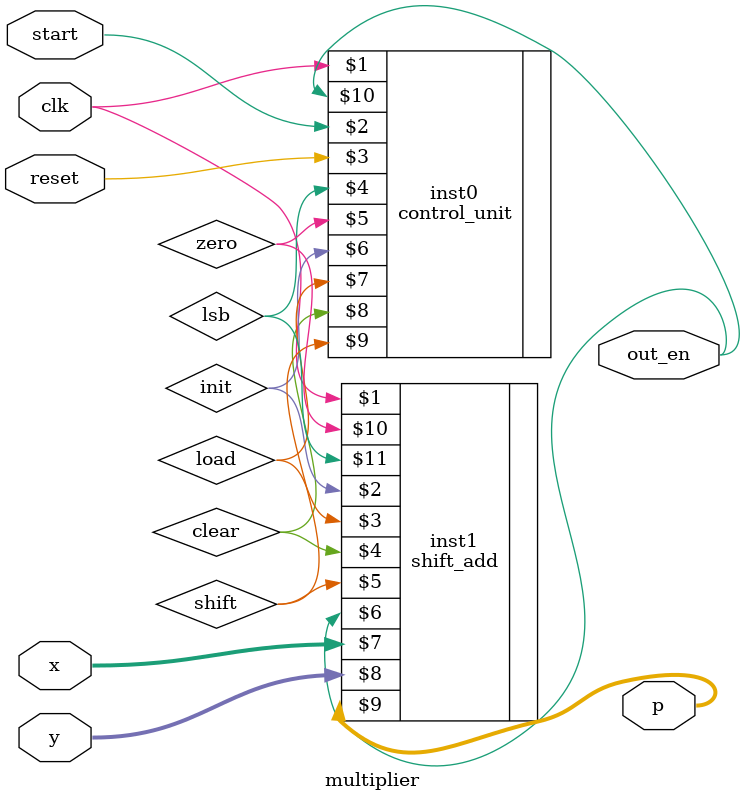
<source format=v>
module multiplier(
	input clk,
	input start,
	input reset,
	input [23:0] x,
	input [23:0] y,
	output [47:0] p,
	output out_en
	);
	wire lsb,zero,init,load,clear,shift;
	control_unit inst0(clk,start,reset,lsb,zero,init,load,clear,shift,out_en);
	//control_unit inst0(clk,start,reset,lsb,zero,init,load,clear,shift);
	shift_add inst1(clk,init,load,clear,shift,out_en,x,y,p,zero,lsb);
	//shift_add inst1(clk,init,load,clear,shift,x,y,p,zero,lsb);
endmodule
</source>
